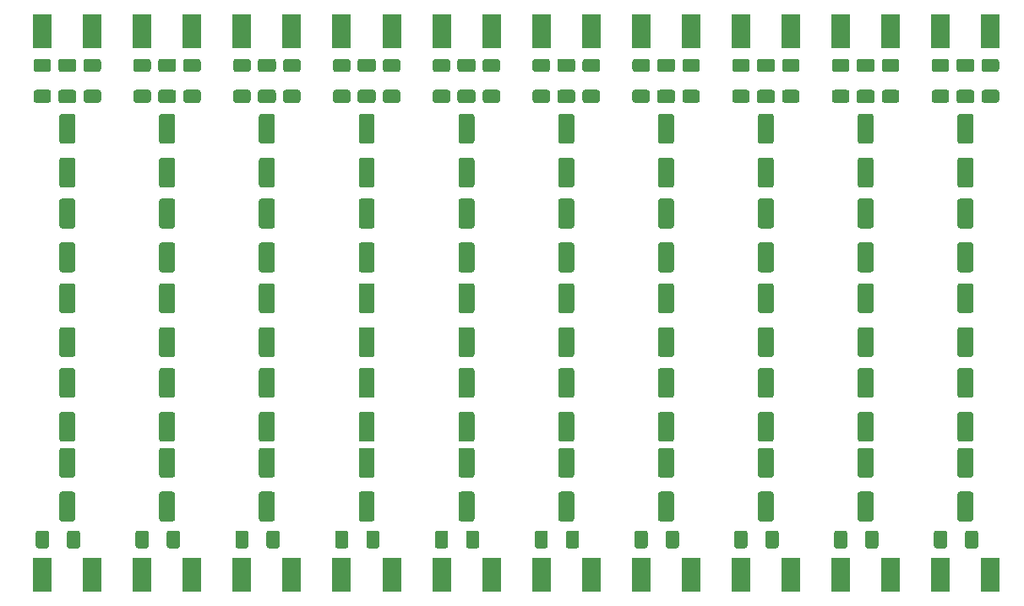
<source format=gtp>
G04 #@! TF.GenerationSoftware,KiCad,Pcbnew,(5.1.12)-1*
G04 #@! TF.CreationDate,2021-12-02T19:00:40+01:00*
G04 #@! TF.ProjectId,DIY Mic Electronic Panelized,44495920-4d69-4632-9045-6c656374726f,rev?*
G04 #@! TF.SameCoordinates,Original*
G04 #@! TF.FileFunction,Paste,Top*
G04 #@! TF.FilePolarity,Positive*
%FSLAX46Y46*%
G04 Gerber Fmt 4.6, Leading zero omitted, Abs format (unit mm)*
G04 Created by KiCad (PCBNEW (5.1.12)-1) date 2021-12-02 19:00:40*
%MOMM*%
%LPD*%
G01*
G04 APERTURE LIST*
%ADD10R,1.850000X3.450000*%
G04 APERTURE END LIST*
G36*
G01*
X190450000Y-99200000D02*
X191550000Y-99200000D01*
G75*
G02*
X191800000Y-99450000I0J-250000D01*
G01*
X191800000Y-101950000D01*
G75*
G02*
X191550000Y-102200000I-250000J0D01*
G01*
X190450000Y-102200000D01*
G75*
G02*
X190200000Y-101950000I0J250000D01*
G01*
X190200000Y-99450000D01*
G75*
G02*
X190450000Y-99200000I250000J0D01*
G01*
G37*
G36*
G01*
X190450000Y-94800000D02*
X191550000Y-94800000D01*
G75*
G02*
X191800000Y-95050000I0J-250000D01*
G01*
X191800000Y-97550000D01*
G75*
G02*
X191550000Y-97800000I-250000J0D01*
G01*
X190450000Y-97800000D01*
G75*
G02*
X190200000Y-97550000I0J250000D01*
G01*
X190200000Y-95050000D01*
G75*
G02*
X190450000Y-94800000I250000J0D01*
G01*
G37*
G36*
G01*
X180450000Y-99200000D02*
X181550000Y-99200000D01*
G75*
G02*
X181800000Y-99450000I0J-250000D01*
G01*
X181800000Y-101950000D01*
G75*
G02*
X181550000Y-102200000I-250000J0D01*
G01*
X180450000Y-102200000D01*
G75*
G02*
X180200000Y-101950000I0J250000D01*
G01*
X180200000Y-99450000D01*
G75*
G02*
X180450000Y-99200000I250000J0D01*
G01*
G37*
G36*
G01*
X180450000Y-94800000D02*
X181550000Y-94800000D01*
G75*
G02*
X181800000Y-95050000I0J-250000D01*
G01*
X181800000Y-97550000D01*
G75*
G02*
X181550000Y-97800000I-250000J0D01*
G01*
X180450000Y-97800000D01*
G75*
G02*
X180200000Y-97550000I0J250000D01*
G01*
X180200000Y-95050000D01*
G75*
G02*
X180450000Y-94800000I250000J0D01*
G01*
G37*
G36*
G01*
X170450000Y-99200000D02*
X171550000Y-99200000D01*
G75*
G02*
X171800000Y-99450000I0J-250000D01*
G01*
X171800000Y-101950000D01*
G75*
G02*
X171550000Y-102200000I-250000J0D01*
G01*
X170450000Y-102200000D01*
G75*
G02*
X170200000Y-101950000I0J250000D01*
G01*
X170200000Y-99450000D01*
G75*
G02*
X170450000Y-99200000I250000J0D01*
G01*
G37*
G36*
G01*
X170450000Y-94800000D02*
X171550000Y-94800000D01*
G75*
G02*
X171800000Y-95050000I0J-250000D01*
G01*
X171800000Y-97550000D01*
G75*
G02*
X171550000Y-97800000I-250000J0D01*
G01*
X170450000Y-97800000D01*
G75*
G02*
X170200000Y-97550000I0J250000D01*
G01*
X170200000Y-95050000D01*
G75*
G02*
X170450000Y-94800000I250000J0D01*
G01*
G37*
G36*
G01*
X160450000Y-99200000D02*
X161550000Y-99200000D01*
G75*
G02*
X161800000Y-99450000I0J-250000D01*
G01*
X161800000Y-101950000D01*
G75*
G02*
X161550000Y-102200000I-250000J0D01*
G01*
X160450000Y-102200000D01*
G75*
G02*
X160200000Y-101950000I0J250000D01*
G01*
X160200000Y-99450000D01*
G75*
G02*
X160450000Y-99200000I250000J0D01*
G01*
G37*
G36*
G01*
X160450000Y-94800000D02*
X161550000Y-94800000D01*
G75*
G02*
X161800000Y-95050000I0J-250000D01*
G01*
X161800000Y-97550000D01*
G75*
G02*
X161550000Y-97800000I-250000J0D01*
G01*
X160450000Y-97800000D01*
G75*
G02*
X160200000Y-97550000I0J250000D01*
G01*
X160200000Y-95050000D01*
G75*
G02*
X160450000Y-94800000I250000J0D01*
G01*
G37*
G36*
G01*
X150450000Y-99200000D02*
X151550000Y-99200000D01*
G75*
G02*
X151800000Y-99450000I0J-250000D01*
G01*
X151800000Y-101950000D01*
G75*
G02*
X151550000Y-102200000I-250000J0D01*
G01*
X150450000Y-102200000D01*
G75*
G02*
X150200000Y-101950000I0J250000D01*
G01*
X150200000Y-99450000D01*
G75*
G02*
X150450000Y-99200000I250000J0D01*
G01*
G37*
G36*
G01*
X150450000Y-94800000D02*
X151550000Y-94800000D01*
G75*
G02*
X151800000Y-95050000I0J-250000D01*
G01*
X151800000Y-97550000D01*
G75*
G02*
X151550000Y-97800000I-250000J0D01*
G01*
X150450000Y-97800000D01*
G75*
G02*
X150200000Y-97550000I0J250000D01*
G01*
X150200000Y-95050000D01*
G75*
G02*
X150450000Y-94800000I250000J0D01*
G01*
G37*
G36*
G01*
X140450000Y-99200000D02*
X141550000Y-99200000D01*
G75*
G02*
X141800000Y-99450000I0J-250000D01*
G01*
X141800000Y-101950000D01*
G75*
G02*
X141550000Y-102200000I-250000J0D01*
G01*
X140450000Y-102200000D01*
G75*
G02*
X140200000Y-101950000I0J250000D01*
G01*
X140200000Y-99450000D01*
G75*
G02*
X140450000Y-99200000I250000J0D01*
G01*
G37*
G36*
G01*
X140450000Y-94800000D02*
X141550000Y-94800000D01*
G75*
G02*
X141800000Y-95050000I0J-250000D01*
G01*
X141800000Y-97550000D01*
G75*
G02*
X141550000Y-97800000I-250000J0D01*
G01*
X140450000Y-97800000D01*
G75*
G02*
X140200000Y-97550000I0J250000D01*
G01*
X140200000Y-95050000D01*
G75*
G02*
X140450000Y-94800000I250000J0D01*
G01*
G37*
G36*
G01*
X130450000Y-99200000D02*
X131550000Y-99200000D01*
G75*
G02*
X131800000Y-99450000I0J-250000D01*
G01*
X131800000Y-101950000D01*
G75*
G02*
X131550000Y-102200000I-250000J0D01*
G01*
X130450000Y-102200000D01*
G75*
G02*
X130200000Y-101950000I0J250000D01*
G01*
X130200000Y-99450000D01*
G75*
G02*
X130450000Y-99200000I250000J0D01*
G01*
G37*
G36*
G01*
X130450000Y-94800000D02*
X131550000Y-94800000D01*
G75*
G02*
X131800000Y-95050000I0J-250000D01*
G01*
X131800000Y-97550000D01*
G75*
G02*
X131550000Y-97800000I-250000J0D01*
G01*
X130450000Y-97800000D01*
G75*
G02*
X130200000Y-97550000I0J250000D01*
G01*
X130200000Y-95050000D01*
G75*
G02*
X130450000Y-94800000I250000J0D01*
G01*
G37*
G36*
G01*
X120450000Y-99200000D02*
X121550000Y-99200000D01*
G75*
G02*
X121800000Y-99450000I0J-250000D01*
G01*
X121800000Y-101950000D01*
G75*
G02*
X121550000Y-102200000I-250000J0D01*
G01*
X120450000Y-102200000D01*
G75*
G02*
X120200000Y-101950000I0J250000D01*
G01*
X120200000Y-99450000D01*
G75*
G02*
X120450000Y-99200000I250000J0D01*
G01*
G37*
G36*
G01*
X120450000Y-94800000D02*
X121550000Y-94800000D01*
G75*
G02*
X121800000Y-95050000I0J-250000D01*
G01*
X121800000Y-97550000D01*
G75*
G02*
X121550000Y-97800000I-250000J0D01*
G01*
X120450000Y-97800000D01*
G75*
G02*
X120200000Y-97550000I0J250000D01*
G01*
X120200000Y-95050000D01*
G75*
G02*
X120450000Y-94800000I250000J0D01*
G01*
G37*
G36*
G01*
X110450000Y-99200000D02*
X111550000Y-99200000D01*
G75*
G02*
X111800000Y-99450000I0J-250000D01*
G01*
X111800000Y-101950000D01*
G75*
G02*
X111550000Y-102200000I-250000J0D01*
G01*
X110450000Y-102200000D01*
G75*
G02*
X110200000Y-101950000I0J250000D01*
G01*
X110200000Y-99450000D01*
G75*
G02*
X110450000Y-99200000I250000J0D01*
G01*
G37*
G36*
G01*
X110450000Y-94800000D02*
X111550000Y-94800000D01*
G75*
G02*
X111800000Y-95050000I0J-250000D01*
G01*
X111800000Y-97550000D01*
G75*
G02*
X111550000Y-97800000I-250000J0D01*
G01*
X110450000Y-97800000D01*
G75*
G02*
X110200000Y-97550000I0J250000D01*
G01*
X110200000Y-95050000D01*
G75*
G02*
X110450000Y-94800000I250000J0D01*
G01*
G37*
G36*
G01*
X190450000Y-86300000D02*
X191550000Y-86300000D01*
G75*
G02*
X191800000Y-86550000I0J-250000D01*
G01*
X191800000Y-89050000D01*
G75*
G02*
X191550000Y-89300000I-250000J0D01*
G01*
X190450000Y-89300000D01*
G75*
G02*
X190200000Y-89050000I0J250000D01*
G01*
X190200000Y-86550000D01*
G75*
G02*
X190450000Y-86300000I250000J0D01*
G01*
G37*
G36*
G01*
X190450000Y-90700000D02*
X191550000Y-90700000D01*
G75*
G02*
X191800000Y-90950000I0J-250000D01*
G01*
X191800000Y-93450000D01*
G75*
G02*
X191550000Y-93700000I-250000J0D01*
G01*
X190450000Y-93700000D01*
G75*
G02*
X190200000Y-93450000I0J250000D01*
G01*
X190200000Y-90950000D01*
G75*
G02*
X190450000Y-90700000I250000J0D01*
G01*
G37*
G36*
G01*
X180450000Y-86300000D02*
X181550000Y-86300000D01*
G75*
G02*
X181800000Y-86550000I0J-250000D01*
G01*
X181800000Y-89050000D01*
G75*
G02*
X181550000Y-89300000I-250000J0D01*
G01*
X180450000Y-89300000D01*
G75*
G02*
X180200000Y-89050000I0J250000D01*
G01*
X180200000Y-86550000D01*
G75*
G02*
X180450000Y-86300000I250000J0D01*
G01*
G37*
G36*
G01*
X180450000Y-90700000D02*
X181550000Y-90700000D01*
G75*
G02*
X181800000Y-90950000I0J-250000D01*
G01*
X181800000Y-93450000D01*
G75*
G02*
X181550000Y-93700000I-250000J0D01*
G01*
X180450000Y-93700000D01*
G75*
G02*
X180200000Y-93450000I0J250000D01*
G01*
X180200000Y-90950000D01*
G75*
G02*
X180450000Y-90700000I250000J0D01*
G01*
G37*
G36*
G01*
X170450000Y-86300000D02*
X171550000Y-86300000D01*
G75*
G02*
X171800000Y-86550000I0J-250000D01*
G01*
X171800000Y-89050000D01*
G75*
G02*
X171550000Y-89300000I-250000J0D01*
G01*
X170450000Y-89300000D01*
G75*
G02*
X170200000Y-89050000I0J250000D01*
G01*
X170200000Y-86550000D01*
G75*
G02*
X170450000Y-86300000I250000J0D01*
G01*
G37*
G36*
G01*
X170450000Y-90700000D02*
X171550000Y-90700000D01*
G75*
G02*
X171800000Y-90950000I0J-250000D01*
G01*
X171800000Y-93450000D01*
G75*
G02*
X171550000Y-93700000I-250000J0D01*
G01*
X170450000Y-93700000D01*
G75*
G02*
X170200000Y-93450000I0J250000D01*
G01*
X170200000Y-90950000D01*
G75*
G02*
X170450000Y-90700000I250000J0D01*
G01*
G37*
G36*
G01*
X160450000Y-86300000D02*
X161550000Y-86300000D01*
G75*
G02*
X161800000Y-86550000I0J-250000D01*
G01*
X161800000Y-89050000D01*
G75*
G02*
X161550000Y-89300000I-250000J0D01*
G01*
X160450000Y-89300000D01*
G75*
G02*
X160200000Y-89050000I0J250000D01*
G01*
X160200000Y-86550000D01*
G75*
G02*
X160450000Y-86300000I250000J0D01*
G01*
G37*
G36*
G01*
X160450000Y-90700000D02*
X161550000Y-90700000D01*
G75*
G02*
X161800000Y-90950000I0J-250000D01*
G01*
X161800000Y-93450000D01*
G75*
G02*
X161550000Y-93700000I-250000J0D01*
G01*
X160450000Y-93700000D01*
G75*
G02*
X160200000Y-93450000I0J250000D01*
G01*
X160200000Y-90950000D01*
G75*
G02*
X160450000Y-90700000I250000J0D01*
G01*
G37*
G36*
G01*
X150450000Y-86300000D02*
X151550000Y-86300000D01*
G75*
G02*
X151800000Y-86550000I0J-250000D01*
G01*
X151800000Y-89050000D01*
G75*
G02*
X151550000Y-89300000I-250000J0D01*
G01*
X150450000Y-89300000D01*
G75*
G02*
X150200000Y-89050000I0J250000D01*
G01*
X150200000Y-86550000D01*
G75*
G02*
X150450000Y-86300000I250000J0D01*
G01*
G37*
G36*
G01*
X150450000Y-90700000D02*
X151550000Y-90700000D01*
G75*
G02*
X151800000Y-90950000I0J-250000D01*
G01*
X151800000Y-93450000D01*
G75*
G02*
X151550000Y-93700000I-250000J0D01*
G01*
X150450000Y-93700000D01*
G75*
G02*
X150200000Y-93450000I0J250000D01*
G01*
X150200000Y-90950000D01*
G75*
G02*
X150450000Y-90700000I250000J0D01*
G01*
G37*
G36*
G01*
X140450000Y-86300000D02*
X141550000Y-86300000D01*
G75*
G02*
X141800000Y-86550000I0J-250000D01*
G01*
X141800000Y-89050000D01*
G75*
G02*
X141550000Y-89300000I-250000J0D01*
G01*
X140450000Y-89300000D01*
G75*
G02*
X140200000Y-89050000I0J250000D01*
G01*
X140200000Y-86550000D01*
G75*
G02*
X140450000Y-86300000I250000J0D01*
G01*
G37*
G36*
G01*
X140450000Y-90700000D02*
X141550000Y-90700000D01*
G75*
G02*
X141800000Y-90950000I0J-250000D01*
G01*
X141800000Y-93450000D01*
G75*
G02*
X141550000Y-93700000I-250000J0D01*
G01*
X140450000Y-93700000D01*
G75*
G02*
X140200000Y-93450000I0J250000D01*
G01*
X140200000Y-90950000D01*
G75*
G02*
X140450000Y-90700000I250000J0D01*
G01*
G37*
G36*
G01*
X130450000Y-86300000D02*
X131550000Y-86300000D01*
G75*
G02*
X131800000Y-86550000I0J-250000D01*
G01*
X131800000Y-89050000D01*
G75*
G02*
X131550000Y-89300000I-250000J0D01*
G01*
X130450000Y-89300000D01*
G75*
G02*
X130200000Y-89050000I0J250000D01*
G01*
X130200000Y-86550000D01*
G75*
G02*
X130450000Y-86300000I250000J0D01*
G01*
G37*
G36*
G01*
X130450000Y-90700000D02*
X131550000Y-90700000D01*
G75*
G02*
X131800000Y-90950000I0J-250000D01*
G01*
X131800000Y-93450000D01*
G75*
G02*
X131550000Y-93700000I-250000J0D01*
G01*
X130450000Y-93700000D01*
G75*
G02*
X130200000Y-93450000I0J250000D01*
G01*
X130200000Y-90950000D01*
G75*
G02*
X130450000Y-90700000I250000J0D01*
G01*
G37*
G36*
G01*
X120450000Y-86300000D02*
X121550000Y-86300000D01*
G75*
G02*
X121800000Y-86550000I0J-250000D01*
G01*
X121800000Y-89050000D01*
G75*
G02*
X121550000Y-89300000I-250000J0D01*
G01*
X120450000Y-89300000D01*
G75*
G02*
X120200000Y-89050000I0J250000D01*
G01*
X120200000Y-86550000D01*
G75*
G02*
X120450000Y-86300000I250000J0D01*
G01*
G37*
G36*
G01*
X120450000Y-90700000D02*
X121550000Y-90700000D01*
G75*
G02*
X121800000Y-90950000I0J-250000D01*
G01*
X121800000Y-93450000D01*
G75*
G02*
X121550000Y-93700000I-250000J0D01*
G01*
X120450000Y-93700000D01*
G75*
G02*
X120200000Y-93450000I0J250000D01*
G01*
X120200000Y-90950000D01*
G75*
G02*
X120450000Y-90700000I250000J0D01*
G01*
G37*
G36*
G01*
X110450000Y-86300000D02*
X111550000Y-86300000D01*
G75*
G02*
X111800000Y-86550000I0J-250000D01*
G01*
X111800000Y-89050000D01*
G75*
G02*
X111550000Y-89300000I-250000J0D01*
G01*
X110450000Y-89300000D01*
G75*
G02*
X110200000Y-89050000I0J250000D01*
G01*
X110200000Y-86550000D01*
G75*
G02*
X110450000Y-86300000I250000J0D01*
G01*
G37*
G36*
G01*
X110450000Y-90700000D02*
X111550000Y-90700000D01*
G75*
G02*
X111800000Y-90950000I0J-250000D01*
G01*
X111800000Y-93450000D01*
G75*
G02*
X111550000Y-93700000I-250000J0D01*
G01*
X110450000Y-93700000D01*
G75*
G02*
X110200000Y-93450000I0J250000D01*
G01*
X110200000Y-90950000D01*
G75*
G02*
X110450000Y-90700000I250000J0D01*
G01*
G37*
G36*
G01*
X190450000Y-82200000D02*
X191550000Y-82200000D01*
G75*
G02*
X191800000Y-82450000I0J-250000D01*
G01*
X191800000Y-84950000D01*
G75*
G02*
X191550000Y-85200000I-250000J0D01*
G01*
X190450000Y-85200000D01*
G75*
G02*
X190200000Y-84950000I0J250000D01*
G01*
X190200000Y-82450000D01*
G75*
G02*
X190450000Y-82200000I250000J0D01*
G01*
G37*
G36*
G01*
X190450000Y-77800000D02*
X191550000Y-77800000D01*
G75*
G02*
X191800000Y-78050000I0J-250000D01*
G01*
X191800000Y-80550000D01*
G75*
G02*
X191550000Y-80800000I-250000J0D01*
G01*
X190450000Y-80800000D01*
G75*
G02*
X190200000Y-80550000I0J250000D01*
G01*
X190200000Y-78050000D01*
G75*
G02*
X190450000Y-77800000I250000J0D01*
G01*
G37*
G36*
G01*
X180450000Y-82200000D02*
X181550000Y-82200000D01*
G75*
G02*
X181800000Y-82450000I0J-250000D01*
G01*
X181800000Y-84950000D01*
G75*
G02*
X181550000Y-85200000I-250000J0D01*
G01*
X180450000Y-85200000D01*
G75*
G02*
X180200000Y-84950000I0J250000D01*
G01*
X180200000Y-82450000D01*
G75*
G02*
X180450000Y-82200000I250000J0D01*
G01*
G37*
G36*
G01*
X180450000Y-77800000D02*
X181550000Y-77800000D01*
G75*
G02*
X181800000Y-78050000I0J-250000D01*
G01*
X181800000Y-80550000D01*
G75*
G02*
X181550000Y-80800000I-250000J0D01*
G01*
X180450000Y-80800000D01*
G75*
G02*
X180200000Y-80550000I0J250000D01*
G01*
X180200000Y-78050000D01*
G75*
G02*
X180450000Y-77800000I250000J0D01*
G01*
G37*
G36*
G01*
X170450000Y-82200000D02*
X171550000Y-82200000D01*
G75*
G02*
X171800000Y-82450000I0J-250000D01*
G01*
X171800000Y-84950000D01*
G75*
G02*
X171550000Y-85200000I-250000J0D01*
G01*
X170450000Y-85200000D01*
G75*
G02*
X170200000Y-84950000I0J250000D01*
G01*
X170200000Y-82450000D01*
G75*
G02*
X170450000Y-82200000I250000J0D01*
G01*
G37*
G36*
G01*
X170450000Y-77800000D02*
X171550000Y-77800000D01*
G75*
G02*
X171800000Y-78050000I0J-250000D01*
G01*
X171800000Y-80550000D01*
G75*
G02*
X171550000Y-80800000I-250000J0D01*
G01*
X170450000Y-80800000D01*
G75*
G02*
X170200000Y-80550000I0J250000D01*
G01*
X170200000Y-78050000D01*
G75*
G02*
X170450000Y-77800000I250000J0D01*
G01*
G37*
G36*
G01*
X160450000Y-82200000D02*
X161550000Y-82200000D01*
G75*
G02*
X161800000Y-82450000I0J-250000D01*
G01*
X161800000Y-84950000D01*
G75*
G02*
X161550000Y-85200000I-250000J0D01*
G01*
X160450000Y-85200000D01*
G75*
G02*
X160200000Y-84950000I0J250000D01*
G01*
X160200000Y-82450000D01*
G75*
G02*
X160450000Y-82200000I250000J0D01*
G01*
G37*
G36*
G01*
X160450000Y-77800000D02*
X161550000Y-77800000D01*
G75*
G02*
X161800000Y-78050000I0J-250000D01*
G01*
X161800000Y-80550000D01*
G75*
G02*
X161550000Y-80800000I-250000J0D01*
G01*
X160450000Y-80800000D01*
G75*
G02*
X160200000Y-80550000I0J250000D01*
G01*
X160200000Y-78050000D01*
G75*
G02*
X160450000Y-77800000I250000J0D01*
G01*
G37*
G36*
G01*
X150450000Y-82200000D02*
X151550000Y-82200000D01*
G75*
G02*
X151800000Y-82450000I0J-250000D01*
G01*
X151800000Y-84950000D01*
G75*
G02*
X151550000Y-85200000I-250000J0D01*
G01*
X150450000Y-85200000D01*
G75*
G02*
X150200000Y-84950000I0J250000D01*
G01*
X150200000Y-82450000D01*
G75*
G02*
X150450000Y-82200000I250000J0D01*
G01*
G37*
G36*
G01*
X150450000Y-77800000D02*
X151550000Y-77800000D01*
G75*
G02*
X151800000Y-78050000I0J-250000D01*
G01*
X151800000Y-80550000D01*
G75*
G02*
X151550000Y-80800000I-250000J0D01*
G01*
X150450000Y-80800000D01*
G75*
G02*
X150200000Y-80550000I0J250000D01*
G01*
X150200000Y-78050000D01*
G75*
G02*
X150450000Y-77800000I250000J0D01*
G01*
G37*
G36*
G01*
X140450000Y-82200000D02*
X141550000Y-82200000D01*
G75*
G02*
X141800000Y-82450000I0J-250000D01*
G01*
X141800000Y-84950000D01*
G75*
G02*
X141550000Y-85200000I-250000J0D01*
G01*
X140450000Y-85200000D01*
G75*
G02*
X140200000Y-84950000I0J250000D01*
G01*
X140200000Y-82450000D01*
G75*
G02*
X140450000Y-82200000I250000J0D01*
G01*
G37*
G36*
G01*
X140450000Y-77800000D02*
X141550000Y-77800000D01*
G75*
G02*
X141800000Y-78050000I0J-250000D01*
G01*
X141800000Y-80550000D01*
G75*
G02*
X141550000Y-80800000I-250000J0D01*
G01*
X140450000Y-80800000D01*
G75*
G02*
X140200000Y-80550000I0J250000D01*
G01*
X140200000Y-78050000D01*
G75*
G02*
X140450000Y-77800000I250000J0D01*
G01*
G37*
G36*
G01*
X130450000Y-82200000D02*
X131550000Y-82200000D01*
G75*
G02*
X131800000Y-82450000I0J-250000D01*
G01*
X131800000Y-84950000D01*
G75*
G02*
X131550000Y-85200000I-250000J0D01*
G01*
X130450000Y-85200000D01*
G75*
G02*
X130200000Y-84950000I0J250000D01*
G01*
X130200000Y-82450000D01*
G75*
G02*
X130450000Y-82200000I250000J0D01*
G01*
G37*
G36*
G01*
X130450000Y-77800000D02*
X131550000Y-77800000D01*
G75*
G02*
X131800000Y-78050000I0J-250000D01*
G01*
X131800000Y-80550000D01*
G75*
G02*
X131550000Y-80800000I-250000J0D01*
G01*
X130450000Y-80800000D01*
G75*
G02*
X130200000Y-80550000I0J250000D01*
G01*
X130200000Y-78050000D01*
G75*
G02*
X130450000Y-77800000I250000J0D01*
G01*
G37*
G36*
G01*
X120450000Y-82200000D02*
X121550000Y-82200000D01*
G75*
G02*
X121800000Y-82450000I0J-250000D01*
G01*
X121800000Y-84950000D01*
G75*
G02*
X121550000Y-85200000I-250000J0D01*
G01*
X120450000Y-85200000D01*
G75*
G02*
X120200000Y-84950000I0J250000D01*
G01*
X120200000Y-82450000D01*
G75*
G02*
X120450000Y-82200000I250000J0D01*
G01*
G37*
G36*
G01*
X120450000Y-77800000D02*
X121550000Y-77800000D01*
G75*
G02*
X121800000Y-78050000I0J-250000D01*
G01*
X121800000Y-80550000D01*
G75*
G02*
X121550000Y-80800000I-250000J0D01*
G01*
X120450000Y-80800000D01*
G75*
G02*
X120200000Y-80550000I0J250000D01*
G01*
X120200000Y-78050000D01*
G75*
G02*
X120450000Y-77800000I250000J0D01*
G01*
G37*
G36*
G01*
X110450000Y-82200000D02*
X111550000Y-82200000D01*
G75*
G02*
X111800000Y-82450000I0J-250000D01*
G01*
X111800000Y-84950000D01*
G75*
G02*
X111550000Y-85200000I-250000J0D01*
G01*
X110450000Y-85200000D01*
G75*
G02*
X110200000Y-84950000I0J250000D01*
G01*
X110200000Y-82450000D01*
G75*
G02*
X110450000Y-82200000I250000J0D01*
G01*
G37*
G36*
G01*
X110450000Y-77800000D02*
X111550000Y-77800000D01*
G75*
G02*
X111800000Y-78050000I0J-250000D01*
G01*
X111800000Y-80550000D01*
G75*
G02*
X111550000Y-80800000I-250000J0D01*
G01*
X110450000Y-80800000D01*
G75*
G02*
X110200000Y-80550000I0J250000D01*
G01*
X110200000Y-78050000D01*
G75*
G02*
X110450000Y-77800000I250000J0D01*
G01*
G37*
G36*
G01*
X191550000Y-110700000D02*
X190450000Y-110700000D01*
G75*
G02*
X190200000Y-110450000I0J250000D01*
G01*
X190200000Y-107950000D01*
G75*
G02*
X190450000Y-107700000I250000J0D01*
G01*
X191550000Y-107700000D01*
G75*
G02*
X191800000Y-107950000I0J-250000D01*
G01*
X191800000Y-110450000D01*
G75*
G02*
X191550000Y-110700000I-250000J0D01*
G01*
G37*
G36*
G01*
X191550000Y-106300000D02*
X190450000Y-106300000D01*
G75*
G02*
X190200000Y-106050000I0J250000D01*
G01*
X190200000Y-103550000D01*
G75*
G02*
X190450000Y-103300000I250000J0D01*
G01*
X191550000Y-103300000D01*
G75*
G02*
X191800000Y-103550000I0J-250000D01*
G01*
X191800000Y-106050000D01*
G75*
G02*
X191550000Y-106300000I-250000J0D01*
G01*
G37*
G36*
G01*
X181550000Y-110700000D02*
X180450000Y-110700000D01*
G75*
G02*
X180200000Y-110450000I0J250000D01*
G01*
X180200000Y-107950000D01*
G75*
G02*
X180450000Y-107700000I250000J0D01*
G01*
X181550000Y-107700000D01*
G75*
G02*
X181800000Y-107950000I0J-250000D01*
G01*
X181800000Y-110450000D01*
G75*
G02*
X181550000Y-110700000I-250000J0D01*
G01*
G37*
G36*
G01*
X181550000Y-106300000D02*
X180450000Y-106300000D01*
G75*
G02*
X180200000Y-106050000I0J250000D01*
G01*
X180200000Y-103550000D01*
G75*
G02*
X180450000Y-103300000I250000J0D01*
G01*
X181550000Y-103300000D01*
G75*
G02*
X181800000Y-103550000I0J-250000D01*
G01*
X181800000Y-106050000D01*
G75*
G02*
X181550000Y-106300000I-250000J0D01*
G01*
G37*
G36*
G01*
X171550000Y-110700000D02*
X170450000Y-110700000D01*
G75*
G02*
X170200000Y-110450000I0J250000D01*
G01*
X170200000Y-107950000D01*
G75*
G02*
X170450000Y-107700000I250000J0D01*
G01*
X171550000Y-107700000D01*
G75*
G02*
X171800000Y-107950000I0J-250000D01*
G01*
X171800000Y-110450000D01*
G75*
G02*
X171550000Y-110700000I-250000J0D01*
G01*
G37*
G36*
G01*
X171550000Y-106300000D02*
X170450000Y-106300000D01*
G75*
G02*
X170200000Y-106050000I0J250000D01*
G01*
X170200000Y-103550000D01*
G75*
G02*
X170450000Y-103300000I250000J0D01*
G01*
X171550000Y-103300000D01*
G75*
G02*
X171800000Y-103550000I0J-250000D01*
G01*
X171800000Y-106050000D01*
G75*
G02*
X171550000Y-106300000I-250000J0D01*
G01*
G37*
G36*
G01*
X161550000Y-110700000D02*
X160450000Y-110700000D01*
G75*
G02*
X160200000Y-110450000I0J250000D01*
G01*
X160200000Y-107950000D01*
G75*
G02*
X160450000Y-107700000I250000J0D01*
G01*
X161550000Y-107700000D01*
G75*
G02*
X161800000Y-107950000I0J-250000D01*
G01*
X161800000Y-110450000D01*
G75*
G02*
X161550000Y-110700000I-250000J0D01*
G01*
G37*
G36*
G01*
X161550000Y-106300000D02*
X160450000Y-106300000D01*
G75*
G02*
X160200000Y-106050000I0J250000D01*
G01*
X160200000Y-103550000D01*
G75*
G02*
X160450000Y-103300000I250000J0D01*
G01*
X161550000Y-103300000D01*
G75*
G02*
X161800000Y-103550000I0J-250000D01*
G01*
X161800000Y-106050000D01*
G75*
G02*
X161550000Y-106300000I-250000J0D01*
G01*
G37*
G36*
G01*
X151550000Y-110700000D02*
X150450000Y-110700000D01*
G75*
G02*
X150200000Y-110450000I0J250000D01*
G01*
X150200000Y-107950000D01*
G75*
G02*
X150450000Y-107700000I250000J0D01*
G01*
X151550000Y-107700000D01*
G75*
G02*
X151800000Y-107950000I0J-250000D01*
G01*
X151800000Y-110450000D01*
G75*
G02*
X151550000Y-110700000I-250000J0D01*
G01*
G37*
G36*
G01*
X151550000Y-106300000D02*
X150450000Y-106300000D01*
G75*
G02*
X150200000Y-106050000I0J250000D01*
G01*
X150200000Y-103550000D01*
G75*
G02*
X150450000Y-103300000I250000J0D01*
G01*
X151550000Y-103300000D01*
G75*
G02*
X151800000Y-103550000I0J-250000D01*
G01*
X151800000Y-106050000D01*
G75*
G02*
X151550000Y-106300000I-250000J0D01*
G01*
G37*
G36*
G01*
X141550000Y-110700000D02*
X140450000Y-110700000D01*
G75*
G02*
X140200000Y-110450000I0J250000D01*
G01*
X140200000Y-107950000D01*
G75*
G02*
X140450000Y-107700000I250000J0D01*
G01*
X141550000Y-107700000D01*
G75*
G02*
X141800000Y-107950000I0J-250000D01*
G01*
X141800000Y-110450000D01*
G75*
G02*
X141550000Y-110700000I-250000J0D01*
G01*
G37*
G36*
G01*
X141550000Y-106300000D02*
X140450000Y-106300000D01*
G75*
G02*
X140200000Y-106050000I0J250000D01*
G01*
X140200000Y-103550000D01*
G75*
G02*
X140450000Y-103300000I250000J0D01*
G01*
X141550000Y-103300000D01*
G75*
G02*
X141800000Y-103550000I0J-250000D01*
G01*
X141800000Y-106050000D01*
G75*
G02*
X141550000Y-106300000I-250000J0D01*
G01*
G37*
G36*
G01*
X131550000Y-110700000D02*
X130450000Y-110700000D01*
G75*
G02*
X130200000Y-110450000I0J250000D01*
G01*
X130200000Y-107950000D01*
G75*
G02*
X130450000Y-107700000I250000J0D01*
G01*
X131550000Y-107700000D01*
G75*
G02*
X131800000Y-107950000I0J-250000D01*
G01*
X131800000Y-110450000D01*
G75*
G02*
X131550000Y-110700000I-250000J0D01*
G01*
G37*
G36*
G01*
X131550000Y-106300000D02*
X130450000Y-106300000D01*
G75*
G02*
X130200000Y-106050000I0J250000D01*
G01*
X130200000Y-103550000D01*
G75*
G02*
X130450000Y-103300000I250000J0D01*
G01*
X131550000Y-103300000D01*
G75*
G02*
X131800000Y-103550000I0J-250000D01*
G01*
X131800000Y-106050000D01*
G75*
G02*
X131550000Y-106300000I-250000J0D01*
G01*
G37*
G36*
G01*
X121550000Y-110700000D02*
X120450000Y-110700000D01*
G75*
G02*
X120200000Y-110450000I0J250000D01*
G01*
X120200000Y-107950000D01*
G75*
G02*
X120450000Y-107700000I250000J0D01*
G01*
X121550000Y-107700000D01*
G75*
G02*
X121800000Y-107950000I0J-250000D01*
G01*
X121800000Y-110450000D01*
G75*
G02*
X121550000Y-110700000I-250000J0D01*
G01*
G37*
G36*
G01*
X121550000Y-106300000D02*
X120450000Y-106300000D01*
G75*
G02*
X120200000Y-106050000I0J250000D01*
G01*
X120200000Y-103550000D01*
G75*
G02*
X120450000Y-103300000I250000J0D01*
G01*
X121550000Y-103300000D01*
G75*
G02*
X121800000Y-103550000I0J-250000D01*
G01*
X121800000Y-106050000D01*
G75*
G02*
X121550000Y-106300000I-250000J0D01*
G01*
G37*
G36*
G01*
X111550000Y-110700000D02*
X110450000Y-110700000D01*
G75*
G02*
X110200000Y-110450000I0J250000D01*
G01*
X110200000Y-107950000D01*
G75*
G02*
X110450000Y-107700000I250000J0D01*
G01*
X111550000Y-107700000D01*
G75*
G02*
X111800000Y-107950000I0J-250000D01*
G01*
X111800000Y-110450000D01*
G75*
G02*
X111550000Y-110700000I-250000J0D01*
G01*
G37*
G36*
G01*
X111550000Y-106300000D02*
X110450000Y-106300000D01*
G75*
G02*
X110200000Y-106050000I0J250000D01*
G01*
X110200000Y-103550000D01*
G75*
G02*
X110450000Y-103300000I250000J0D01*
G01*
X111550000Y-103300000D01*
G75*
G02*
X111800000Y-103550000I0J-250000D01*
G01*
X111800000Y-106050000D01*
G75*
G02*
X111550000Y-106300000I-250000J0D01*
G01*
G37*
G36*
G01*
X191550000Y-114300000D02*
X190450000Y-114300000D01*
G75*
G02*
X190200000Y-114050000I0J250000D01*
G01*
X190200000Y-111550000D01*
G75*
G02*
X190450000Y-111300000I250000J0D01*
G01*
X191550000Y-111300000D01*
G75*
G02*
X191800000Y-111550000I0J-250000D01*
G01*
X191800000Y-114050000D01*
G75*
G02*
X191550000Y-114300000I-250000J0D01*
G01*
G37*
G36*
G01*
X191550000Y-118700000D02*
X190450000Y-118700000D01*
G75*
G02*
X190200000Y-118450000I0J250000D01*
G01*
X190200000Y-115950000D01*
G75*
G02*
X190450000Y-115700000I250000J0D01*
G01*
X191550000Y-115700000D01*
G75*
G02*
X191800000Y-115950000I0J-250000D01*
G01*
X191800000Y-118450000D01*
G75*
G02*
X191550000Y-118700000I-250000J0D01*
G01*
G37*
G36*
G01*
X181550000Y-114300000D02*
X180450000Y-114300000D01*
G75*
G02*
X180200000Y-114050000I0J250000D01*
G01*
X180200000Y-111550000D01*
G75*
G02*
X180450000Y-111300000I250000J0D01*
G01*
X181550000Y-111300000D01*
G75*
G02*
X181800000Y-111550000I0J-250000D01*
G01*
X181800000Y-114050000D01*
G75*
G02*
X181550000Y-114300000I-250000J0D01*
G01*
G37*
G36*
G01*
X181550000Y-118700000D02*
X180450000Y-118700000D01*
G75*
G02*
X180200000Y-118450000I0J250000D01*
G01*
X180200000Y-115950000D01*
G75*
G02*
X180450000Y-115700000I250000J0D01*
G01*
X181550000Y-115700000D01*
G75*
G02*
X181800000Y-115950000I0J-250000D01*
G01*
X181800000Y-118450000D01*
G75*
G02*
X181550000Y-118700000I-250000J0D01*
G01*
G37*
G36*
G01*
X171550000Y-114300000D02*
X170450000Y-114300000D01*
G75*
G02*
X170200000Y-114050000I0J250000D01*
G01*
X170200000Y-111550000D01*
G75*
G02*
X170450000Y-111300000I250000J0D01*
G01*
X171550000Y-111300000D01*
G75*
G02*
X171800000Y-111550000I0J-250000D01*
G01*
X171800000Y-114050000D01*
G75*
G02*
X171550000Y-114300000I-250000J0D01*
G01*
G37*
G36*
G01*
X171550000Y-118700000D02*
X170450000Y-118700000D01*
G75*
G02*
X170200000Y-118450000I0J250000D01*
G01*
X170200000Y-115950000D01*
G75*
G02*
X170450000Y-115700000I250000J0D01*
G01*
X171550000Y-115700000D01*
G75*
G02*
X171800000Y-115950000I0J-250000D01*
G01*
X171800000Y-118450000D01*
G75*
G02*
X171550000Y-118700000I-250000J0D01*
G01*
G37*
G36*
G01*
X161550000Y-114300000D02*
X160450000Y-114300000D01*
G75*
G02*
X160200000Y-114050000I0J250000D01*
G01*
X160200000Y-111550000D01*
G75*
G02*
X160450000Y-111300000I250000J0D01*
G01*
X161550000Y-111300000D01*
G75*
G02*
X161800000Y-111550000I0J-250000D01*
G01*
X161800000Y-114050000D01*
G75*
G02*
X161550000Y-114300000I-250000J0D01*
G01*
G37*
G36*
G01*
X161550000Y-118700000D02*
X160450000Y-118700000D01*
G75*
G02*
X160200000Y-118450000I0J250000D01*
G01*
X160200000Y-115950000D01*
G75*
G02*
X160450000Y-115700000I250000J0D01*
G01*
X161550000Y-115700000D01*
G75*
G02*
X161800000Y-115950000I0J-250000D01*
G01*
X161800000Y-118450000D01*
G75*
G02*
X161550000Y-118700000I-250000J0D01*
G01*
G37*
G36*
G01*
X151550000Y-114300000D02*
X150450000Y-114300000D01*
G75*
G02*
X150200000Y-114050000I0J250000D01*
G01*
X150200000Y-111550000D01*
G75*
G02*
X150450000Y-111300000I250000J0D01*
G01*
X151550000Y-111300000D01*
G75*
G02*
X151800000Y-111550000I0J-250000D01*
G01*
X151800000Y-114050000D01*
G75*
G02*
X151550000Y-114300000I-250000J0D01*
G01*
G37*
G36*
G01*
X151550000Y-118700000D02*
X150450000Y-118700000D01*
G75*
G02*
X150200000Y-118450000I0J250000D01*
G01*
X150200000Y-115950000D01*
G75*
G02*
X150450000Y-115700000I250000J0D01*
G01*
X151550000Y-115700000D01*
G75*
G02*
X151800000Y-115950000I0J-250000D01*
G01*
X151800000Y-118450000D01*
G75*
G02*
X151550000Y-118700000I-250000J0D01*
G01*
G37*
G36*
G01*
X141550000Y-114300000D02*
X140450000Y-114300000D01*
G75*
G02*
X140200000Y-114050000I0J250000D01*
G01*
X140200000Y-111550000D01*
G75*
G02*
X140450000Y-111300000I250000J0D01*
G01*
X141550000Y-111300000D01*
G75*
G02*
X141800000Y-111550000I0J-250000D01*
G01*
X141800000Y-114050000D01*
G75*
G02*
X141550000Y-114300000I-250000J0D01*
G01*
G37*
G36*
G01*
X141550000Y-118700000D02*
X140450000Y-118700000D01*
G75*
G02*
X140200000Y-118450000I0J250000D01*
G01*
X140200000Y-115950000D01*
G75*
G02*
X140450000Y-115700000I250000J0D01*
G01*
X141550000Y-115700000D01*
G75*
G02*
X141800000Y-115950000I0J-250000D01*
G01*
X141800000Y-118450000D01*
G75*
G02*
X141550000Y-118700000I-250000J0D01*
G01*
G37*
G36*
G01*
X131550000Y-114300000D02*
X130450000Y-114300000D01*
G75*
G02*
X130200000Y-114050000I0J250000D01*
G01*
X130200000Y-111550000D01*
G75*
G02*
X130450000Y-111300000I250000J0D01*
G01*
X131550000Y-111300000D01*
G75*
G02*
X131800000Y-111550000I0J-250000D01*
G01*
X131800000Y-114050000D01*
G75*
G02*
X131550000Y-114300000I-250000J0D01*
G01*
G37*
G36*
G01*
X131550000Y-118700000D02*
X130450000Y-118700000D01*
G75*
G02*
X130200000Y-118450000I0J250000D01*
G01*
X130200000Y-115950000D01*
G75*
G02*
X130450000Y-115700000I250000J0D01*
G01*
X131550000Y-115700000D01*
G75*
G02*
X131800000Y-115950000I0J-250000D01*
G01*
X131800000Y-118450000D01*
G75*
G02*
X131550000Y-118700000I-250000J0D01*
G01*
G37*
G36*
G01*
X121550000Y-114300000D02*
X120450000Y-114300000D01*
G75*
G02*
X120200000Y-114050000I0J250000D01*
G01*
X120200000Y-111550000D01*
G75*
G02*
X120450000Y-111300000I250000J0D01*
G01*
X121550000Y-111300000D01*
G75*
G02*
X121800000Y-111550000I0J-250000D01*
G01*
X121800000Y-114050000D01*
G75*
G02*
X121550000Y-114300000I-250000J0D01*
G01*
G37*
G36*
G01*
X121550000Y-118700000D02*
X120450000Y-118700000D01*
G75*
G02*
X120200000Y-118450000I0J250000D01*
G01*
X120200000Y-115950000D01*
G75*
G02*
X120450000Y-115700000I250000J0D01*
G01*
X121550000Y-115700000D01*
G75*
G02*
X121800000Y-115950000I0J-250000D01*
G01*
X121800000Y-118450000D01*
G75*
G02*
X121550000Y-118700000I-250000J0D01*
G01*
G37*
G36*
G01*
X111550000Y-114300000D02*
X110450000Y-114300000D01*
G75*
G02*
X110200000Y-114050000I0J250000D01*
G01*
X110200000Y-111550000D01*
G75*
G02*
X110450000Y-111300000I250000J0D01*
G01*
X111550000Y-111300000D01*
G75*
G02*
X111800000Y-111550000I0J-250000D01*
G01*
X111800000Y-114050000D01*
G75*
G02*
X111550000Y-114300000I-250000J0D01*
G01*
G37*
G36*
G01*
X111550000Y-118700000D02*
X110450000Y-118700000D01*
G75*
G02*
X110200000Y-118450000I0J250000D01*
G01*
X110200000Y-115950000D01*
G75*
G02*
X110450000Y-115700000I250000J0D01*
G01*
X111550000Y-115700000D01*
G75*
G02*
X111800000Y-115950000I0J-250000D01*
G01*
X111800000Y-118450000D01*
G75*
G02*
X111550000Y-118700000I-250000J0D01*
G01*
G37*
G36*
G01*
X192874999Y-75400000D02*
X194125001Y-75400000D01*
G75*
G02*
X194375000Y-75649999I0J-249999D01*
G01*
X194375000Y-76450001D01*
G75*
G02*
X194125001Y-76700000I-249999J0D01*
G01*
X192874999Y-76700000D01*
G75*
G02*
X192625000Y-76450001I0J249999D01*
G01*
X192625000Y-75649999D01*
G75*
G02*
X192874999Y-75400000I249999J0D01*
G01*
G37*
G36*
G01*
X192874999Y-72300000D02*
X194125001Y-72300000D01*
G75*
G02*
X194375000Y-72549999I0J-249999D01*
G01*
X194375000Y-73350001D01*
G75*
G02*
X194125001Y-73600000I-249999J0D01*
G01*
X192874999Y-73600000D01*
G75*
G02*
X192625000Y-73350001I0J249999D01*
G01*
X192625000Y-72549999D01*
G75*
G02*
X192874999Y-72300000I249999J0D01*
G01*
G37*
G36*
G01*
X182874999Y-75400000D02*
X184125001Y-75400000D01*
G75*
G02*
X184375000Y-75649999I0J-249999D01*
G01*
X184375000Y-76450001D01*
G75*
G02*
X184125001Y-76700000I-249999J0D01*
G01*
X182874999Y-76700000D01*
G75*
G02*
X182625000Y-76450001I0J249999D01*
G01*
X182625000Y-75649999D01*
G75*
G02*
X182874999Y-75400000I249999J0D01*
G01*
G37*
G36*
G01*
X182874999Y-72300000D02*
X184125001Y-72300000D01*
G75*
G02*
X184375000Y-72549999I0J-249999D01*
G01*
X184375000Y-73350001D01*
G75*
G02*
X184125001Y-73600000I-249999J0D01*
G01*
X182874999Y-73600000D01*
G75*
G02*
X182625000Y-73350001I0J249999D01*
G01*
X182625000Y-72549999D01*
G75*
G02*
X182874999Y-72300000I249999J0D01*
G01*
G37*
G36*
G01*
X172874999Y-75400000D02*
X174125001Y-75400000D01*
G75*
G02*
X174375000Y-75649999I0J-249999D01*
G01*
X174375000Y-76450001D01*
G75*
G02*
X174125001Y-76700000I-249999J0D01*
G01*
X172874999Y-76700000D01*
G75*
G02*
X172625000Y-76450001I0J249999D01*
G01*
X172625000Y-75649999D01*
G75*
G02*
X172874999Y-75400000I249999J0D01*
G01*
G37*
G36*
G01*
X172874999Y-72300000D02*
X174125001Y-72300000D01*
G75*
G02*
X174375000Y-72549999I0J-249999D01*
G01*
X174375000Y-73350001D01*
G75*
G02*
X174125001Y-73600000I-249999J0D01*
G01*
X172874999Y-73600000D01*
G75*
G02*
X172625000Y-73350001I0J249999D01*
G01*
X172625000Y-72549999D01*
G75*
G02*
X172874999Y-72300000I249999J0D01*
G01*
G37*
G36*
G01*
X162874999Y-75400000D02*
X164125001Y-75400000D01*
G75*
G02*
X164375000Y-75649999I0J-249999D01*
G01*
X164375000Y-76450001D01*
G75*
G02*
X164125001Y-76700000I-249999J0D01*
G01*
X162874999Y-76700000D01*
G75*
G02*
X162625000Y-76450001I0J249999D01*
G01*
X162625000Y-75649999D01*
G75*
G02*
X162874999Y-75400000I249999J0D01*
G01*
G37*
G36*
G01*
X162874999Y-72300000D02*
X164125001Y-72300000D01*
G75*
G02*
X164375000Y-72549999I0J-249999D01*
G01*
X164375000Y-73350001D01*
G75*
G02*
X164125001Y-73600000I-249999J0D01*
G01*
X162874999Y-73600000D01*
G75*
G02*
X162625000Y-73350001I0J249999D01*
G01*
X162625000Y-72549999D01*
G75*
G02*
X162874999Y-72300000I249999J0D01*
G01*
G37*
G36*
G01*
X152874999Y-75400000D02*
X154125001Y-75400000D01*
G75*
G02*
X154375000Y-75649999I0J-249999D01*
G01*
X154375000Y-76450001D01*
G75*
G02*
X154125001Y-76700000I-249999J0D01*
G01*
X152874999Y-76700000D01*
G75*
G02*
X152625000Y-76450001I0J249999D01*
G01*
X152625000Y-75649999D01*
G75*
G02*
X152874999Y-75400000I249999J0D01*
G01*
G37*
G36*
G01*
X152874999Y-72300000D02*
X154125001Y-72300000D01*
G75*
G02*
X154375000Y-72549999I0J-249999D01*
G01*
X154375000Y-73350001D01*
G75*
G02*
X154125001Y-73600000I-249999J0D01*
G01*
X152874999Y-73600000D01*
G75*
G02*
X152625000Y-73350001I0J249999D01*
G01*
X152625000Y-72549999D01*
G75*
G02*
X152874999Y-72300000I249999J0D01*
G01*
G37*
G36*
G01*
X142874999Y-75400000D02*
X144125001Y-75400000D01*
G75*
G02*
X144375000Y-75649999I0J-249999D01*
G01*
X144375000Y-76450001D01*
G75*
G02*
X144125001Y-76700000I-249999J0D01*
G01*
X142874999Y-76700000D01*
G75*
G02*
X142625000Y-76450001I0J249999D01*
G01*
X142625000Y-75649999D01*
G75*
G02*
X142874999Y-75400000I249999J0D01*
G01*
G37*
G36*
G01*
X142874999Y-72300000D02*
X144125001Y-72300000D01*
G75*
G02*
X144375000Y-72549999I0J-249999D01*
G01*
X144375000Y-73350001D01*
G75*
G02*
X144125001Y-73600000I-249999J0D01*
G01*
X142874999Y-73600000D01*
G75*
G02*
X142625000Y-73350001I0J249999D01*
G01*
X142625000Y-72549999D01*
G75*
G02*
X142874999Y-72300000I249999J0D01*
G01*
G37*
G36*
G01*
X132874999Y-75400000D02*
X134125001Y-75400000D01*
G75*
G02*
X134375000Y-75649999I0J-249999D01*
G01*
X134375000Y-76450001D01*
G75*
G02*
X134125001Y-76700000I-249999J0D01*
G01*
X132874999Y-76700000D01*
G75*
G02*
X132625000Y-76450001I0J249999D01*
G01*
X132625000Y-75649999D01*
G75*
G02*
X132874999Y-75400000I249999J0D01*
G01*
G37*
G36*
G01*
X132874999Y-72300000D02*
X134125001Y-72300000D01*
G75*
G02*
X134375000Y-72549999I0J-249999D01*
G01*
X134375000Y-73350001D01*
G75*
G02*
X134125001Y-73600000I-249999J0D01*
G01*
X132874999Y-73600000D01*
G75*
G02*
X132625000Y-73350001I0J249999D01*
G01*
X132625000Y-72549999D01*
G75*
G02*
X132874999Y-72300000I249999J0D01*
G01*
G37*
G36*
G01*
X122874999Y-75400000D02*
X124125001Y-75400000D01*
G75*
G02*
X124375000Y-75649999I0J-249999D01*
G01*
X124375000Y-76450001D01*
G75*
G02*
X124125001Y-76700000I-249999J0D01*
G01*
X122874999Y-76700000D01*
G75*
G02*
X122625000Y-76450001I0J249999D01*
G01*
X122625000Y-75649999D01*
G75*
G02*
X122874999Y-75400000I249999J0D01*
G01*
G37*
G36*
G01*
X122874999Y-72300000D02*
X124125001Y-72300000D01*
G75*
G02*
X124375000Y-72549999I0J-249999D01*
G01*
X124375000Y-73350001D01*
G75*
G02*
X124125001Y-73600000I-249999J0D01*
G01*
X122874999Y-73600000D01*
G75*
G02*
X122625000Y-73350001I0J249999D01*
G01*
X122625000Y-72549999D01*
G75*
G02*
X122874999Y-72300000I249999J0D01*
G01*
G37*
G36*
G01*
X112874999Y-75400000D02*
X114125001Y-75400000D01*
G75*
G02*
X114375000Y-75649999I0J-249999D01*
G01*
X114375000Y-76450001D01*
G75*
G02*
X114125001Y-76700000I-249999J0D01*
G01*
X112874999Y-76700000D01*
G75*
G02*
X112625000Y-76450001I0J249999D01*
G01*
X112625000Y-75649999D01*
G75*
G02*
X112874999Y-75400000I249999J0D01*
G01*
G37*
G36*
G01*
X112874999Y-72300000D02*
X114125001Y-72300000D01*
G75*
G02*
X114375000Y-72549999I0J-249999D01*
G01*
X114375000Y-73350001D01*
G75*
G02*
X114125001Y-73600000I-249999J0D01*
G01*
X112874999Y-73600000D01*
G75*
G02*
X112625000Y-73350001I0J249999D01*
G01*
X112625000Y-72549999D01*
G75*
G02*
X112874999Y-72300000I249999J0D01*
G01*
G37*
G36*
G01*
X187874999Y-72300000D02*
X189125001Y-72300000D01*
G75*
G02*
X189375000Y-72549999I0J-249999D01*
G01*
X189375000Y-73350001D01*
G75*
G02*
X189125001Y-73600000I-249999J0D01*
G01*
X187874999Y-73600000D01*
G75*
G02*
X187625000Y-73350001I0J249999D01*
G01*
X187625000Y-72549999D01*
G75*
G02*
X187874999Y-72300000I249999J0D01*
G01*
G37*
G36*
G01*
X187874999Y-75400000D02*
X189125001Y-75400000D01*
G75*
G02*
X189375000Y-75649999I0J-249999D01*
G01*
X189375000Y-76450001D01*
G75*
G02*
X189125001Y-76700000I-249999J0D01*
G01*
X187874999Y-76700000D01*
G75*
G02*
X187625000Y-76450001I0J249999D01*
G01*
X187625000Y-75649999D01*
G75*
G02*
X187874999Y-75400000I249999J0D01*
G01*
G37*
G36*
G01*
X177874999Y-72300000D02*
X179125001Y-72300000D01*
G75*
G02*
X179375000Y-72549999I0J-249999D01*
G01*
X179375000Y-73350001D01*
G75*
G02*
X179125001Y-73600000I-249999J0D01*
G01*
X177874999Y-73600000D01*
G75*
G02*
X177625000Y-73350001I0J249999D01*
G01*
X177625000Y-72549999D01*
G75*
G02*
X177874999Y-72300000I249999J0D01*
G01*
G37*
G36*
G01*
X177874999Y-75400000D02*
X179125001Y-75400000D01*
G75*
G02*
X179375000Y-75649999I0J-249999D01*
G01*
X179375000Y-76450001D01*
G75*
G02*
X179125001Y-76700000I-249999J0D01*
G01*
X177874999Y-76700000D01*
G75*
G02*
X177625000Y-76450001I0J249999D01*
G01*
X177625000Y-75649999D01*
G75*
G02*
X177874999Y-75400000I249999J0D01*
G01*
G37*
G36*
G01*
X167874999Y-72300000D02*
X169125001Y-72300000D01*
G75*
G02*
X169375000Y-72549999I0J-249999D01*
G01*
X169375000Y-73350001D01*
G75*
G02*
X169125001Y-73600000I-249999J0D01*
G01*
X167874999Y-73600000D01*
G75*
G02*
X167625000Y-73350001I0J249999D01*
G01*
X167625000Y-72549999D01*
G75*
G02*
X167874999Y-72300000I249999J0D01*
G01*
G37*
G36*
G01*
X167874999Y-75400000D02*
X169125001Y-75400000D01*
G75*
G02*
X169375000Y-75649999I0J-249999D01*
G01*
X169375000Y-76450001D01*
G75*
G02*
X169125001Y-76700000I-249999J0D01*
G01*
X167874999Y-76700000D01*
G75*
G02*
X167625000Y-76450001I0J249999D01*
G01*
X167625000Y-75649999D01*
G75*
G02*
X167874999Y-75400000I249999J0D01*
G01*
G37*
G36*
G01*
X157874999Y-72300000D02*
X159125001Y-72300000D01*
G75*
G02*
X159375000Y-72549999I0J-249999D01*
G01*
X159375000Y-73350001D01*
G75*
G02*
X159125001Y-73600000I-249999J0D01*
G01*
X157874999Y-73600000D01*
G75*
G02*
X157625000Y-73350001I0J249999D01*
G01*
X157625000Y-72549999D01*
G75*
G02*
X157874999Y-72300000I249999J0D01*
G01*
G37*
G36*
G01*
X157874999Y-75400000D02*
X159125001Y-75400000D01*
G75*
G02*
X159375000Y-75649999I0J-249999D01*
G01*
X159375000Y-76450001D01*
G75*
G02*
X159125001Y-76700000I-249999J0D01*
G01*
X157874999Y-76700000D01*
G75*
G02*
X157625000Y-76450001I0J249999D01*
G01*
X157625000Y-75649999D01*
G75*
G02*
X157874999Y-75400000I249999J0D01*
G01*
G37*
G36*
G01*
X147874999Y-72300000D02*
X149125001Y-72300000D01*
G75*
G02*
X149375000Y-72549999I0J-249999D01*
G01*
X149375000Y-73350001D01*
G75*
G02*
X149125001Y-73600000I-249999J0D01*
G01*
X147874999Y-73600000D01*
G75*
G02*
X147625000Y-73350001I0J249999D01*
G01*
X147625000Y-72549999D01*
G75*
G02*
X147874999Y-72300000I249999J0D01*
G01*
G37*
G36*
G01*
X147874999Y-75400000D02*
X149125001Y-75400000D01*
G75*
G02*
X149375000Y-75649999I0J-249999D01*
G01*
X149375000Y-76450001D01*
G75*
G02*
X149125001Y-76700000I-249999J0D01*
G01*
X147874999Y-76700000D01*
G75*
G02*
X147625000Y-76450001I0J249999D01*
G01*
X147625000Y-75649999D01*
G75*
G02*
X147874999Y-75400000I249999J0D01*
G01*
G37*
G36*
G01*
X137874999Y-72300000D02*
X139125001Y-72300000D01*
G75*
G02*
X139375000Y-72549999I0J-249999D01*
G01*
X139375000Y-73350001D01*
G75*
G02*
X139125001Y-73600000I-249999J0D01*
G01*
X137874999Y-73600000D01*
G75*
G02*
X137625000Y-73350001I0J249999D01*
G01*
X137625000Y-72549999D01*
G75*
G02*
X137874999Y-72300000I249999J0D01*
G01*
G37*
G36*
G01*
X137874999Y-75400000D02*
X139125001Y-75400000D01*
G75*
G02*
X139375000Y-75649999I0J-249999D01*
G01*
X139375000Y-76450001D01*
G75*
G02*
X139125001Y-76700000I-249999J0D01*
G01*
X137874999Y-76700000D01*
G75*
G02*
X137625000Y-76450001I0J249999D01*
G01*
X137625000Y-75649999D01*
G75*
G02*
X137874999Y-75400000I249999J0D01*
G01*
G37*
G36*
G01*
X127874999Y-72300000D02*
X129125001Y-72300000D01*
G75*
G02*
X129375000Y-72549999I0J-249999D01*
G01*
X129375000Y-73350001D01*
G75*
G02*
X129125001Y-73600000I-249999J0D01*
G01*
X127874999Y-73600000D01*
G75*
G02*
X127625000Y-73350001I0J249999D01*
G01*
X127625000Y-72549999D01*
G75*
G02*
X127874999Y-72300000I249999J0D01*
G01*
G37*
G36*
G01*
X127874999Y-75400000D02*
X129125001Y-75400000D01*
G75*
G02*
X129375000Y-75649999I0J-249999D01*
G01*
X129375000Y-76450001D01*
G75*
G02*
X129125001Y-76700000I-249999J0D01*
G01*
X127874999Y-76700000D01*
G75*
G02*
X127625000Y-76450001I0J249999D01*
G01*
X127625000Y-75649999D01*
G75*
G02*
X127874999Y-75400000I249999J0D01*
G01*
G37*
G36*
G01*
X117874999Y-72300000D02*
X119125001Y-72300000D01*
G75*
G02*
X119375000Y-72549999I0J-249999D01*
G01*
X119375000Y-73350001D01*
G75*
G02*
X119125001Y-73600000I-249999J0D01*
G01*
X117874999Y-73600000D01*
G75*
G02*
X117625000Y-73350001I0J249999D01*
G01*
X117625000Y-72549999D01*
G75*
G02*
X117874999Y-72300000I249999J0D01*
G01*
G37*
G36*
G01*
X117874999Y-75400000D02*
X119125001Y-75400000D01*
G75*
G02*
X119375000Y-75649999I0J-249999D01*
G01*
X119375000Y-76450001D01*
G75*
G02*
X119125001Y-76700000I-249999J0D01*
G01*
X117874999Y-76700000D01*
G75*
G02*
X117625000Y-76450001I0J249999D01*
G01*
X117625000Y-75649999D01*
G75*
G02*
X117874999Y-75400000I249999J0D01*
G01*
G37*
G36*
G01*
X107874999Y-72300000D02*
X109125001Y-72300000D01*
G75*
G02*
X109375000Y-72549999I0J-249999D01*
G01*
X109375000Y-73350001D01*
G75*
G02*
X109125001Y-73600000I-249999J0D01*
G01*
X107874999Y-73600000D01*
G75*
G02*
X107625000Y-73350001I0J249999D01*
G01*
X107625000Y-72549999D01*
G75*
G02*
X107874999Y-72300000I249999J0D01*
G01*
G37*
G36*
G01*
X107874999Y-75400000D02*
X109125001Y-75400000D01*
G75*
G02*
X109375000Y-75649999I0J-249999D01*
G01*
X109375000Y-76450001D01*
G75*
G02*
X109125001Y-76700000I-249999J0D01*
G01*
X107874999Y-76700000D01*
G75*
G02*
X107625000Y-76450001I0J249999D01*
G01*
X107625000Y-75649999D01*
G75*
G02*
X107874999Y-75400000I249999J0D01*
G01*
G37*
G36*
G01*
X191650002Y-76725000D02*
X190349998Y-76725000D01*
G75*
G02*
X190100000Y-76475002I0J249998D01*
G01*
X190100000Y-75649998D01*
G75*
G02*
X190349998Y-75400000I249998J0D01*
G01*
X191650002Y-75400000D01*
G75*
G02*
X191900000Y-75649998I0J-249998D01*
G01*
X191900000Y-76475002D01*
G75*
G02*
X191650002Y-76725000I-249998J0D01*
G01*
G37*
G36*
G01*
X191650002Y-73600000D02*
X190349998Y-73600000D01*
G75*
G02*
X190100000Y-73350002I0J249998D01*
G01*
X190100000Y-72524998D01*
G75*
G02*
X190349998Y-72275000I249998J0D01*
G01*
X191650002Y-72275000D01*
G75*
G02*
X191900000Y-72524998I0J-249998D01*
G01*
X191900000Y-73350002D01*
G75*
G02*
X191650002Y-73600000I-249998J0D01*
G01*
G37*
G36*
G01*
X181650002Y-76725000D02*
X180349998Y-76725000D01*
G75*
G02*
X180100000Y-76475002I0J249998D01*
G01*
X180100000Y-75649998D01*
G75*
G02*
X180349998Y-75400000I249998J0D01*
G01*
X181650002Y-75400000D01*
G75*
G02*
X181900000Y-75649998I0J-249998D01*
G01*
X181900000Y-76475002D01*
G75*
G02*
X181650002Y-76725000I-249998J0D01*
G01*
G37*
G36*
G01*
X181650002Y-73600000D02*
X180349998Y-73600000D01*
G75*
G02*
X180100000Y-73350002I0J249998D01*
G01*
X180100000Y-72524998D01*
G75*
G02*
X180349998Y-72275000I249998J0D01*
G01*
X181650002Y-72275000D01*
G75*
G02*
X181900000Y-72524998I0J-249998D01*
G01*
X181900000Y-73350002D01*
G75*
G02*
X181650002Y-73600000I-249998J0D01*
G01*
G37*
G36*
G01*
X171650002Y-76725000D02*
X170349998Y-76725000D01*
G75*
G02*
X170100000Y-76475002I0J249998D01*
G01*
X170100000Y-75649998D01*
G75*
G02*
X170349998Y-75400000I249998J0D01*
G01*
X171650002Y-75400000D01*
G75*
G02*
X171900000Y-75649998I0J-249998D01*
G01*
X171900000Y-76475002D01*
G75*
G02*
X171650002Y-76725000I-249998J0D01*
G01*
G37*
G36*
G01*
X171650002Y-73600000D02*
X170349998Y-73600000D01*
G75*
G02*
X170100000Y-73350002I0J249998D01*
G01*
X170100000Y-72524998D01*
G75*
G02*
X170349998Y-72275000I249998J0D01*
G01*
X171650002Y-72275000D01*
G75*
G02*
X171900000Y-72524998I0J-249998D01*
G01*
X171900000Y-73350002D01*
G75*
G02*
X171650002Y-73600000I-249998J0D01*
G01*
G37*
G36*
G01*
X161650002Y-76725000D02*
X160349998Y-76725000D01*
G75*
G02*
X160100000Y-76475002I0J249998D01*
G01*
X160100000Y-75649998D01*
G75*
G02*
X160349998Y-75400000I249998J0D01*
G01*
X161650002Y-75400000D01*
G75*
G02*
X161900000Y-75649998I0J-249998D01*
G01*
X161900000Y-76475002D01*
G75*
G02*
X161650002Y-76725000I-249998J0D01*
G01*
G37*
G36*
G01*
X161650002Y-73600000D02*
X160349998Y-73600000D01*
G75*
G02*
X160100000Y-73350002I0J249998D01*
G01*
X160100000Y-72524998D01*
G75*
G02*
X160349998Y-72275000I249998J0D01*
G01*
X161650002Y-72275000D01*
G75*
G02*
X161900000Y-72524998I0J-249998D01*
G01*
X161900000Y-73350002D01*
G75*
G02*
X161650002Y-73600000I-249998J0D01*
G01*
G37*
G36*
G01*
X151650002Y-76725000D02*
X150349998Y-76725000D01*
G75*
G02*
X150100000Y-76475002I0J249998D01*
G01*
X150100000Y-75649998D01*
G75*
G02*
X150349998Y-75400000I249998J0D01*
G01*
X151650002Y-75400000D01*
G75*
G02*
X151900000Y-75649998I0J-249998D01*
G01*
X151900000Y-76475002D01*
G75*
G02*
X151650002Y-76725000I-249998J0D01*
G01*
G37*
G36*
G01*
X151650002Y-73600000D02*
X150349998Y-73600000D01*
G75*
G02*
X150100000Y-73350002I0J249998D01*
G01*
X150100000Y-72524998D01*
G75*
G02*
X150349998Y-72275000I249998J0D01*
G01*
X151650002Y-72275000D01*
G75*
G02*
X151900000Y-72524998I0J-249998D01*
G01*
X151900000Y-73350002D01*
G75*
G02*
X151650002Y-73600000I-249998J0D01*
G01*
G37*
G36*
G01*
X141650002Y-76725000D02*
X140349998Y-76725000D01*
G75*
G02*
X140100000Y-76475002I0J249998D01*
G01*
X140100000Y-75649998D01*
G75*
G02*
X140349998Y-75400000I249998J0D01*
G01*
X141650002Y-75400000D01*
G75*
G02*
X141900000Y-75649998I0J-249998D01*
G01*
X141900000Y-76475002D01*
G75*
G02*
X141650002Y-76725000I-249998J0D01*
G01*
G37*
G36*
G01*
X141650002Y-73600000D02*
X140349998Y-73600000D01*
G75*
G02*
X140100000Y-73350002I0J249998D01*
G01*
X140100000Y-72524998D01*
G75*
G02*
X140349998Y-72275000I249998J0D01*
G01*
X141650002Y-72275000D01*
G75*
G02*
X141900000Y-72524998I0J-249998D01*
G01*
X141900000Y-73350002D01*
G75*
G02*
X141650002Y-73600000I-249998J0D01*
G01*
G37*
G36*
G01*
X131650002Y-76725000D02*
X130349998Y-76725000D01*
G75*
G02*
X130100000Y-76475002I0J249998D01*
G01*
X130100000Y-75649998D01*
G75*
G02*
X130349998Y-75400000I249998J0D01*
G01*
X131650002Y-75400000D01*
G75*
G02*
X131900000Y-75649998I0J-249998D01*
G01*
X131900000Y-76475002D01*
G75*
G02*
X131650002Y-76725000I-249998J0D01*
G01*
G37*
G36*
G01*
X131650002Y-73600000D02*
X130349998Y-73600000D01*
G75*
G02*
X130100000Y-73350002I0J249998D01*
G01*
X130100000Y-72524998D01*
G75*
G02*
X130349998Y-72275000I249998J0D01*
G01*
X131650002Y-72275000D01*
G75*
G02*
X131900000Y-72524998I0J-249998D01*
G01*
X131900000Y-73350002D01*
G75*
G02*
X131650002Y-73600000I-249998J0D01*
G01*
G37*
G36*
G01*
X121650002Y-76725000D02*
X120349998Y-76725000D01*
G75*
G02*
X120100000Y-76475002I0J249998D01*
G01*
X120100000Y-75649998D01*
G75*
G02*
X120349998Y-75400000I249998J0D01*
G01*
X121650002Y-75400000D01*
G75*
G02*
X121900000Y-75649998I0J-249998D01*
G01*
X121900000Y-76475002D01*
G75*
G02*
X121650002Y-76725000I-249998J0D01*
G01*
G37*
G36*
G01*
X121650002Y-73600000D02*
X120349998Y-73600000D01*
G75*
G02*
X120100000Y-73350002I0J249998D01*
G01*
X120100000Y-72524998D01*
G75*
G02*
X120349998Y-72275000I249998J0D01*
G01*
X121650002Y-72275000D01*
G75*
G02*
X121900000Y-72524998I0J-249998D01*
G01*
X121900000Y-73350002D01*
G75*
G02*
X121650002Y-73600000I-249998J0D01*
G01*
G37*
G36*
G01*
X111650002Y-76725000D02*
X110349998Y-76725000D01*
G75*
G02*
X110100000Y-76475002I0J249998D01*
G01*
X110100000Y-75649998D01*
G75*
G02*
X110349998Y-75400000I249998J0D01*
G01*
X111650002Y-75400000D01*
G75*
G02*
X111900000Y-75649998I0J-249998D01*
G01*
X111900000Y-76475002D01*
G75*
G02*
X111650002Y-76725000I-249998J0D01*
G01*
G37*
G36*
G01*
X111650002Y-73600000D02*
X110349998Y-73600000D01*
G75*
G02*
X110100000Y-73350002I0J249998D01*
G01*
X110100000Y-72524998D01*
G75*
G02*
X110349998Y-72275000I249998J0D01*
G01*
X111650002Y-72275000D01*
G75*
G02*
X111900000Y-72524998I0J-249998D01*
G01*
X111900000Y-73350002D01*
G75*
G02*
X111650002Y-73600000I-249998J0D01*
G01*
G37*
D10*
X193500000Y-69500000D03*
X183500000Y-69500000D03*
X173500000Y-69500000D03*
X163500000Y-69500000D03*
X153500000Y-69500000D03*
X143500000Y-69500000D03*
X133500000Y-69500000D03*
X123500000Y-69500000D03*
X113500000Y-69500000D03*
X188500000Y-69500000D03*
X178500000Y-69500000D03*
X168500000Y-69500000D03*
X158500000Y-69500000D03*
X148500000Y-69500000D03*
X138500000Y-69500000D03*
X128500000Y-69500000D03*
X118500000Y-69500000D03*
X108500000Y-69500000D03*
X193500000Y-124000000D03*
X183500000Y-124000000D03*
X173500000Y-124000000D03*
X163500000Y-124000000D03*
X153500000Y-124000000D03*
X143500000Y-124000000D03*
X133500000Y-124000000D03*
X123500000Y-124000000D03*
X113500000Y-124000000D03*
G36*
G01*
X189162500Y-119849998D02*
X189162500Y-121150002D01*
G75*
G02*
X188912502Y-121400000I-249998J0D01*
G01*
X188087498Y-121400000D01*
G75*
G02*
X187837500Y-121150002I0J249998D01*
G01*
X187837500Y-119849998D01*
G75*
G02*
X188087498Y-119600000I249998J0D01*
G01*
X188912502Y-119600000D01*
G75*
G02*
X189162500Y-119849998I0J-249998D01*
G01*
G37*
G36*
G01*
X192287500Y-119849998D02*
X192287500Y-121150002D01*
G75*
G02*
X192037502Y-121400000I-249998J0D01*
G01*
X191212498Y-121400000D01*
G75*
G02*
X190962500Y-121150002I0J249998D01*
G01*
X190962500Y-119849998D01*
G75*
G02*
X191212498Y-119600000I249998J0D01*
G01*
X192037502Y-119600000D01*
G75*
G02*
X192287500Y-119849998I0J-249998D01*
G01*
G37*
G36*
G01*
X179162500Y-119849998D02*
X179162500Y-121150002D01*
G75*
G02*
X178912502Y-121400000I-249998J0D01*
G01*
X178087498Y-121400000D01*
G75*
G02*
X177837500Y-121150002I0J249998D01*
G01*
X177837500Y-119849998D01*
G75*
G02*
X178087498Y-119600000I249998J0D01*
G01*
X178912502Y-119600000D01*
G75*
G02*
X179162500Y-119849998I0J-249998D01*
G01*
G37*
G36*
G01*
X182287500Y-119849998D02*
X182287500Y-121150002D01*
G75*
G02*
X182037502Y-121400000I-249998J0D01*
G01*
X181212498Y-121400000D01*
G75*
G02*
X180962500Y-121150002I0J249998D01*
G01*
X180962500Y-119849998D01*
G75*
G02*
X181212498Y-119600000I249998J0D01*
G01*
X182037502Y-119600000D01*
G75*
G02*
X182287500Y-119849998I0J-249998D01*
G01*
G37*
G36*
G01*
X169162500Y-119849998D02*
X169162500Y-121150002D01*
G75*
G02*
X168912502Y-121400000I-249998J0D01*
G01*
X168087498Y-121400000D01*
G75*
G02*
X167837500Y-121150002I0J249998D01*
G01*
X167837500Y-119849998D01*
G75*
G02*
X168087498Y-119600000I249998J0D01*
G01*
X168912502Y-119600000D01*
G75*
G02*
X169162500Y-119849998I0J-249998D01*
G01*
G37*
G36*
G01*
X172287500Y-119849998D02*
X172287500Y-121150002D01*
G75*
G02*
X172037502Y-121400000I-249998J0D01*
G01*
X171212498Y-121400000D01*
G75*
G02*
X170962500Y-121150002I0J249998D01*
G01*
X170962500Y-119849998D01*
G75*
G02*
X171212498Y-119600000I249998J0D01*
G01*
X172037502Y-119600000D01*
G75*
G02*
X172287500Y-119849998I0J-249998D01*
G01*
G37*
G36*
G01*
X159162500Y-119849998D02*
X159162500Y-121150002D01*
G75*
G02*
X158912502Y-121400000I-249998J0D01*
G01*
X158087498Y-121400000D01*
G75*
G02*
X157837500Y-121150002I0J249998D01*
G01*
X157837500Y-119849998D01*
G75*
G02*
X158087498Y-119600000I249998J0D01*
G01*
X158912502Y-119600000D01*
G75*
G02*
X159162500Y-119849998I0J-249998D01*
G01*
G37*
G36*
G01*
X162287500Y-119849998D02*
X162287500Y-121150002D01*
G75*
G02*
X162037502Y-121400000I-249998J0D01*
G01*
X161212498Y-121400000D01*
G75*
G02*
X160962500Y-121150002I0J249998D01*
G01*
X160962500Y-119849998D01*
G75*
G02*
X161212498Y-119600000I249998J0D01*
G01*
X162037502Y-119600000D01*
G75*
G02*
X162287500Y-119849998I0J-249998D01*
G01*
G37*
G36*
G01*
X149162500Y-119849998D02*
X149162500Y-121150002D01*
G75*
G02*
X148912502Y-121400000I-249998J0D01*
G01*
X148087498Y-121400000D01*
G75*
G02*
X147837500Y-121150002I0J249998D01*
G01*
X147837500Y-119849998D01*
G75*
G02*
X148087498Y-119600000I249998J0D01*
G01*
X148912502Y-119600000D01*
G75*
G02*
X149162500Y-119849998I0J-249998D01*
G01*
G37*
G36*
G01*
X152287500Y-119849998D02*
X152287500Y-121150002D01*
G75*
G02*
X152037502Y-121400000I-249998J0D01*
G01*
X151212498Y-121400000D01*
G75*
G02*
X150962500Y-121150002I0J249998D01*
G01*
X150962500Y-119849998D01*
G75*
G02*
X151212498Y-119600000I249998J0D01*
G01*
X152037502Y-119600000D01*
G75*
G02*
X152287500Y-119849998I0J-249998D01*
G01*
G37*
G36*
G01*
X139162500Y-119849998D02*
X139162500Y-121150002D01*
G75*
G02*
X138912502Y-121400000I-249998J0D01*
G01*
X138087498Y-121400000D01*
G75*
G02*
X137837500Y-121150002I0J249998D01*
G01*
X137837500Y-119849998D01*
G75*
G02*
X138087498Y-119600000I249998J0D01*
G01*
X138912502Y-119600000D01*
G75*
G02*
X139162500Y-119849998I0J-249998D01*
G01*
G37*
G36*
G01*
X142287500Y-119849998D02*
X142287500Y-121150002D01*
G75*
G02*
X142037502Y-121400000I-249998J0D01*
G01*
X141212498Y-121400000D01*
G75*
G02*
X140962500Y-121150002I0J249998D01*
G01*
X140962500Y-119849998D01*
G75*
G02*
X141212498Y-119600000I249998J0D01*
G01*
X142037502Y-119600000D01*
G75*
G02*
X142287500Y-119849998I0J-249998D01*
G01*
G37*
G36*
G01*
X129162500Y-119849998D02*
X129162500Y-121150002D01*
G75*
G02*
X128912502Y-121400000I-249998J0D01*
G01*
X128087498Y-121400000D01*
G75*
G02*
X127837500Y-121150002I0J249998D01*
G01*
X127837500Y-119849998D01*
G75*
G02*
X128087498Y-119600000I249998J0D01*
G01*
X128912502Y-119600000D01*
G75*
G02*
X129162500Y-119849998I0J-249998D01*
G01*
G37*
G36*
G01*
X132287500Y-119849998D02*
X132287500Y-121150002D01*
G75*
G02*
X132037502Y-121400000I-249998J0D01*
G01*
X131212498Y-121400000D01*
G75*
G02*
X130962500Y-121150002I0J249998D01*
G01*
X130962500Y-119849998D01*
G75*
G02*
X131212498Y-119600000I249998J0D01*
G01*
X132037502Y-119600000D01*
G75*
G02*
X132287500Y-119849998I0J-249998D01*
G01*
G37*
G36*
G01*
X119162500Y-119849998D02*
X119162500Y-121150002D01*
G75*
G02*
X118912502Y-121400000I-249998J0D01*
G01*
X118087498Y-121400000D01*
G75*
G02*
X117837500Y-121150002I0J249998D01*
G01*
X117837500Y-119849998D01*
G75*
G02*
X118087498Y-119600000I249998J0D01*
G01*
X118912502Y-119600000D01*
G75*
G02*
X119162500Y-119849998I0J-249998D01*
G01*
G37*
G36*
G01*
X122287500Y-119849998D02*
X122287500Y-121150002D01*
G75*
G02*
X122037502Y-121400000I-249998J0D01*
G01*
X121212498Y-121400000D01*
G75*
G02*
X120962500Y-121150002I0J249998D01*
G01*
X120962500Y-119849998D01*
G75*
G02*
X121212498Y-119600000I249998J0D01*
G01*
X122037502Y-119600000D01*
G75*
G02*
X122287500Y-119849998I0J-249998D01*
G01*
G37*
G36*
G01*
X109162500Y-119849998D02*
X109162500Y-121150002D01*
G75*
G02*
X108912502Y-121400000I-249998J0D01*
G01*
X108087498Y-121400000D01*
G75*
G02*
X107837500Y-121150002I0J249998D01*
G01*
X107837500Y-119849998D01*
G75*
G02*
X108087498Y-119600000I249998J0D01*
G01*
X108912502Y-119600000D01*
G75*
G02*
X109162500Y-119849998I0J-249998D01*
G01*
G37*
G36*
G01*
X112287500Y-119849998D02*
X112287500Y-121150002D01*
G75*
G02*
X112037502Y-121400000I-249998J0D01*
G01*
X111212498Y-121400000D01*
G75*
G02*
X110962500Y-121150002I0J249998D01*
G01*
X110962500Y-119849998D01*
G75*
G02*
X111212498Y-119600000I249998J0D01*
G01*
X112037502Y-119600000D01*
G75*
G02*
X112287500Y-119849998I0J-249998D01*
G01*
G37*
X188500000Y-124000000D03*
X178500000Y-124000000D03*
X168500000Y-124000000D03*
X158500000Y-124000000D03*
X148500000Y-124000000D03*
X138500000Y-124000000D03*
X128500000Y-124000000D03*
X118500000Y-124000000D03*
X108500000Y-124000000D03*
X98500000Y-124000000D03*
X103500000Y-124000000D03*
X98500000Y-69500000D03*
X103500000Y-69500000D03*
G36*
G01*
X102287500Y-119849998D02*
X102287500Y-121150002D01*
G75*
G02*
X102037502Y-121400000I-249998J0D01*
G01*
X101212498Y-121400000D01*
G75*
G02*
X100962500Y-121150002I0J249998D01*
G01*
X100962500Y-119849998D01*
G75*
G02*
X101212498Y-119600000I249998J0D01*
G01*
X102037502Y-119600000D01*
G75*
G02*
X102287500Y-119849998I0J-249998D01*
G01*
G37*
G36*
G01*
X99162500Y-119849998D02*
X99162500Y-121150002D01*
G75*
G02*
X98912502Y-121400000I-249998J0D01*
G01*
X98087498Y-121400000D01*
G75*
G02*
X97837500Y-121150002I0J249998D01*
G01*
X97837500Y-119849998D01*
G75*
G02*
X98087498Y-119600000I249998J0D01*
G01*
X98912502Y-119600000D01*
G75*
G02*
X99162500Y-119849998I0J-249998D01*
G01*
G37*
G36*
G01*
X101650002Y-73600000D02*
X100349998Y-73600000D01*
G75*
G02*
X100100000Y-73350002I0J249998D01*
G01*
X100100000Y-72524998D01*
G75*
G02*
X100349998Y-72275000I249998J0D01*
G01*
X101650002Y-72275000D01*
G75*
G02*
X101900000Y-72524998I0J-249998D01*
G01*
X101900000Y-73350002D01*
G75*
G02*
X101650002Y-73600000I-249998J0D01*
G01*
G37*
G36*
G01*
X101650002Y-76725000D02*
X100349998Y-76725000D01*
G75*
G02*
X100100000Y-76475002I0J249998D01*
G01*
X100100000Y-75649998D01*
G75*
G02*
X100349998Y-75400000I249998J0D01*
G01*
X101650002Y-75400000D01*
G75*
G02*
X101900000Y-75649998I0J-249998D01*
G01*
X101900000Y-76475002D01*
G75*
G02*
X101650002Y-76725000I-249998J0D01*
G01*
G37*
G36*
G01*
X97874999Y-75400000D02*
X99125001Y-75400000D01*
G75*
G02*
X99375000Y-75649999I0J-249999D01*
G01*
X99375000Y-76450001D01*
G75*
G02*
X99125001Y-76700000I-249999J0D01*
G01*
X97874999Y-76700000D01*
G75*
G02*
X97625000Y-76450001I0J249999D01*
G01*
X97625000Y-75649999D01*
G75*
G02*
X97874999Y-75400000I249999J0D01*
G01*
G37*
G36*
G01*
X97874999Y-72300000D02*
X99125001Y-72300000D01*
G75*
G02*
X99375000Y-72549999I0J-249999D01*
G01*
X99375000Y-73350001D01*
G75*
G02*
X99125001Y-73600000I-249999J0D01*
G01*
X97874999Y-73600000D01*
G75*
G02*
X97625000Y-73350001I0J249999D01*
G01*
X97625000Y-72549999D01*
G75*
G02*
X97874999Y-72300000I249999J0D01*
G01*
G37*
G36*
G01*
X102874999Y-72300000D02*
X104125001Y-72300000D01*
G75*
G02*
X104375000Y-72549999I0J-249999D01*
G01*
X104375000Y-73350001D01*
G75*
G02*
X104125001Y-73600000I-249999J0D01*
G01*
X102874999Y-73600000D01*
G75*
G02*
X102625000Y-73350001I0J249999D01*
G01*
X102625000Y-72549999D01*
G75*
G02*
X102874999Y-72300000I249999J0D01*
G01*
G37*
G36*
G01*
X102874999Y-75400000D02*
X104125001Y-75400000D01*
G75*
G02*
X104375000Y-75649999I0J-249999D01*
G01*
X104375000Y-76450001D01*
G75*
G02*
X104125001Y-76700000I-249999J0D01*
G01*
X102874999Y-76700000D01*
G75*
G02*
X102625000Y-76450001I0J249999D01*
G01*
X102625000Y-75649999D01*
G75*
G02*
X102874999Y-75400000I249999J0D01*
G01*
G37*
G36*
G01*
X101550000Y-118700000D02*
X100450000Y-118700000D01*
G75*
G02*
X100200000Y-118450000I0J250000D01*
G01*
X100200000Y-115950000D01*
G75*
G02*
X100450000Y-115700000I250000J0D01*
G01*
X101550000Y-115700000D01*
G75*
G02*
X101800000Y-115950000I0J-250000D01*
G01*
X101800000Y-118450000D01*
G75*
G02*
X101550000Y-118700000I-250000J0D01*
G01*
G37*
G36*
G01*
X101550000Y-114300000D02*
X100450000Y-114300000D01*
G75*
G02*
X100200000Y-114050000I0J250000D01*
G01*
X100200000Y-111550000D01*
G75*
G02*
X100450000Y-111300000I250000J0D01*
G01*
X101550000Y-111300000D01*
G75*
G02*
X101800000Y-111550000I0J-250000D01*
G01*
X101800000Y-114050000D01*
G75*
G02*
X101550000Y-114300000I-250000J0D01*
G01*
G37*
G36*
G01*
X101550000Y-106300000D02*
X100450000Y-106300000D01*
G75*
G02*
X100200000Y-106050000I0J250000D01*
G01*
X100200000Y-103550000D01*
G75*
G02*
X100450000Y-103300000I250000J0D01*
G01*
X101550000Y-103300000D01*
G75*
G02*
X101800000Y-103550000I0J-250000D01*
G01*
X101800000Y-106050000D01*
G75*
G02*
X101550000Y-106300000I-250000J0D01*
G01*
G37*
G36*
G01*
X101550000Y-110700000D02*
X100450000Y-110700000D01*
G75*
G02*
X100200000Y-110450000I0J250000D01*
G01*
X100200000Y-107950000D01*
G75*
G02*
X100450000Y-107700000I250000J0D01*
G01*
X101550000Y-107700000D01*
G75*
G02*
X101800000Y-107950000I0J-250000D01*
G01*
X101800000Y-110450000D01*
G75*
G02*
X101550000Y-110700000I-250000J0D01*
G01*
G37*
G36*
G01*
X100450000Y-77800000D02*
X101550000Y-77800000D01*
G75*
G02*
X101800000Y-78050000I0J-250000D01*
G01*
X101800000Y-80550000D01*
G75*
G02*
X101550000Y-80800000I-250000J0D01*
G01*
X100450000Y-80800000D01*
G75*
G02*
X100200000Y-80550000I0J250000D01*
G01*
X100200000Y-78050000D01*
G75*
G02*
X100450000Y-77800000I250000J0D01*
G01*
G37*
G36*
G01*
X100450000Y-82200000D02*
X101550000Y-82200000D01*
G75*
G02*
X101800000Y-82450000I0J-250000D01*
G01*
X101800000Y-84950000D01*
G75*
G02*
X101550000Y-85200000I-250000J0D01*
G01*
X100450000Y-85200000D01*
G75*
G02*
X100200000Y-84950000I0J250000D01*
G01*
X100200000Y-82450000D01*
G75*
G02*
X100450000Y-82200000I250000J0D01*
G01*
G37*
G36*
G01*
X100450000Y-90700000D02*
X101550000Y-90700000D01*
G75*
G02*
X101800000Y-90950000I0J-250000D01*
G01*
X101800000Y-93450000D01*
G75*
G02*
X101550000Y-93700000I-250000J0D01*
G01*
X100450000Y-93700000D01*
G75*
G02*
X100200000Y-93450000I0J250000D01*
G01*
X100200000Y-90950000D01*
G75*
G02*
X100450000Y-90700000I250000J0D01*
G01*
G37*
G36*
G01*
X100450000Y-86300000D02*
X101550000Y-86300000D01*
G75*
G02*
X101800000Y-86550000I0J-250000D01*
G01*
X101800000Y-89050000D01*
G75*
G02*
X101550000Y-89300000I-250000J0D01*
G01*
X100450000Y-89300000D01*
G75*
G02*
X100200000Y-89050000I0J250000D01*
G01*
X100200000Y-86550000D01*
G75*
G02*
X100450000Y-86300000I250000J0D01*
G01*
G37*
G36*
G01*
X100450000Y-94800000D02*
X101550000Y-94800000D01*
G75*
G02*
X101800000Y-95050000I0J-250000D01*
G01*
X101800000Y-97550000D01*
G75*
G02*
X101550000Y-97800000I-250000J0D01*
G01*
X100450000Y-97800000D01*
G75*
G02*
X100200000Y-97550000I0J250000D01*
G01*
X100200000Y-95050000D01*
G75*
G02*
X100450000Y-94800000I250000J0D01*
G01*
G37*
G36*
G01*
X100450000Y-99200000D02*
X101550000Y-99200000D01*
G75*
G02*
X101800000Y-99450000I0J-250000D01*
G01*
X101800000Y-101950000D01*
G75*
G02*
X101550000Y-102200000I-250000J0D01*
G01*
X100450000Y-102200000D01*
G75*
G02*
X100200000Y-101950000I0J250000D01*
G01*
X100200000Y-99450000D01*
G75*
G02*
X100450000Y-99200000I250000J0D01*
G01*
G37*
M02*

</source>
